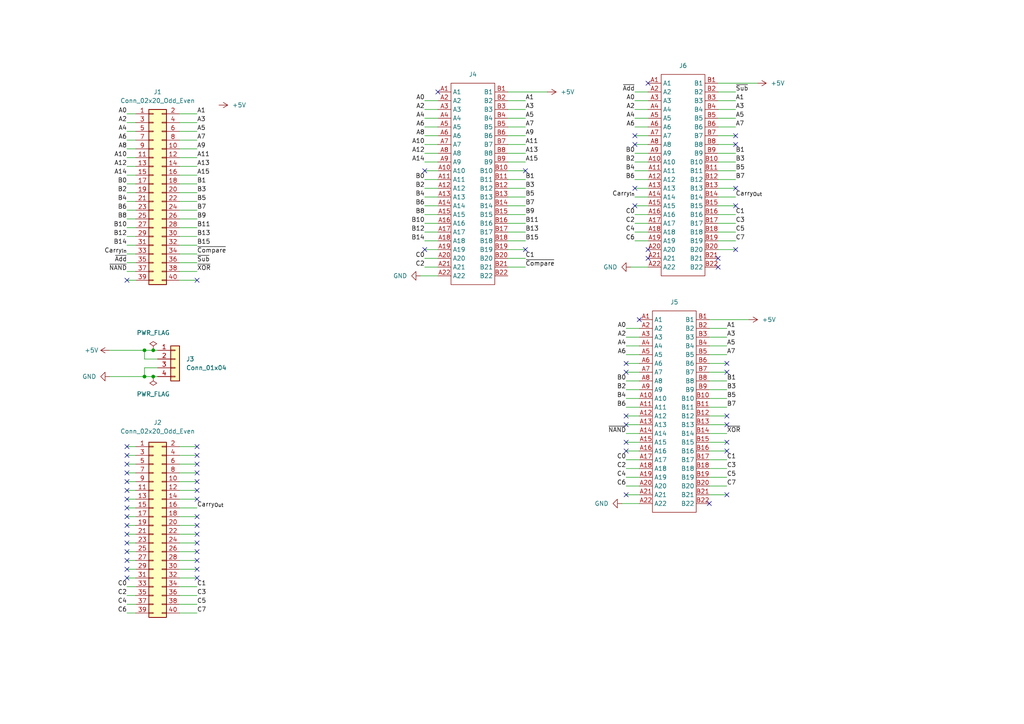
<source format=kicad_sch>
(kicad_sch (version 20231120) (generator "eeschema") (generator_version "8.0")
  (paper "A4")
  (lib_symbols
    (symbol "BoardEdgeConnectors:TE-5530843-4"
      (property "Reference" "J" (at -0.254 30.988 0))
      (symbol "TE-5530843-4_0_1"
        (rectangle (start -6.35 29.21) (end 6.35 -29.21))
      )
      (symbol "TE-5530843-4_1_1"
        (pin passive line (at -10.16 26.67 0) (length 3.81) (name "A1") (number "A1"))
        (pin passive line (at -10.16 3.81 0) (length 3.81) (name "A10") (number "A10"))
        (pin passive line (at -10.16 1.27 0) (length 3.81) (name "A11") (number "A11"))
        (pin passive line (at -10.16 -1.27 0) (length 3.81) (name "A12") (number "A12"))
        (pin passive line (at -10.16 -3.81 0) (length 3.81) (name "A13") (number "A13"))
        (pin passive line (at -10.16 -6.35 0) (length 3.81) (name "A14") (number "A14"))
        (pin passive line (at -10.16 -8.89 0) (length 3.81) (name "A15") (number "A15"))
        (pin passive line (at -10.16 -11.43 0) (length 3.81) (name "A16") (number "A16"))
        (pin passive line (at -10.16 -13.97 0) (length 3.81) (name "A17") (number "A17"))
        (pin passive line (at -10.16 -16.51 0) (length 3.81) (name "A18") (number "A18"))
        (pin passive line (at -10.16 -19.05 0) (length 3.81) (name "A19") (number "A19"))
        (pin passive line (at -10.16 24.13 0) (length 3.81) (name "A2") (number "A2"))
        (pin passive line (at -10.16 -21.59 0) (length 3.81) (name "A20") (number "A20"))
        (pin passive line (at -10.16 -24.13 0) (length 3.81) (name "A21") (number "A21"))
        (pin passive line (at -10.16 -26.67 0) (length 3.81) (name "A22") (number "A22"))
        (pin passive line (at -10.16 21.59 0) (length 3.81) (name "A3") (number "A3"))
        (pin passive line (at -10.16 19.05 0) (length 3.81) (name "A4") (number "A4"))
        (pin passive line (at -10.16 16.51 0) (length 3.81) (name "A5") (number "A5"))
        (pin passive line (at -10.16 13.97 0) (length 3.81) (name "A6") (number "A6"))
        (pin passive line (at -10.16 11.43 0) (length 3.81) (name "A7") (number "A7"))
        (pin passive line (at -10.16 8.89 0) (length 3.81) (name "A8") (number "A8"))
        (pin passive line (at -10.16 6.35 0) (length 3.81) (name "A9") (number "A9"))
        (pin passive line (at 10.16 26.67 180) (length 3.81) (name "B1") (number "B1"))
        (pin passive line (at 10.16 3.81 180) (length 3.81) (name "B10") (number "B10"))
        (pin passive line (at 10.16 1.27 180) (length 3.81) (name "B11") (number "B11"))
        (pin passive line (at 10.16 -1.27 180) (length 3.81) (name "B12") (number "B12"))
        (pin passive line (at 10.16 -3.81 180) (length 3.81) (name "B13") (number "B13"))
        (pin passive line (at 10.16 -6.35 180) (length 3.81) (name "B14") (number "B14"))
        (pin passive line (at 10.16 -8.89 180) (length 3.81) (name "B15") (number "B15"))
        (pin passive line (at 10.16 -11.43 180) (length 3.81) (name "B16") (number "B16"))
        (pin passive line (at 10.16 -13.97 180) (length 3.81) (name "B17") (number "B17"))
        (pin passive line (at 10.16 -16.51 180) (length 3.81) (name "B18") (number "B18"))
        (pin passive line (at 10.16 -19.05 180) (length 3.81) (name "B19") (number "B19"))
        (pin passive line (at 10.16 24.13 180) (length 3.81) (name "B2") (number "B2"))
        (pin passive line (at 10.16 -21.59 180) (length 3.81) (name "B20") (number "B20"))
        (pin passive line (at 10.16 -24.13 180) (length 3.81) (name "B21") (number "B21"))
        (pin passive line (at 10.16 -26.67 180) (length 3.81) (name "B22") (number "B22"))
        (pin passive line (at 10.16 21.59 180) (length 3.81) (name "B3") (number "B3"))
        (pin passive line (at 10.16 19.05 180) (length 3.81) (name "B4") (number "B4"))
        (pin passive line (at 10.16 16.51 180) (length 3.81) (name "B5") (number "B5"))
        (pin passive line (at 10.16 13.97 180) (length 3.81) (name "B6") (number "B6"))
        (pin passive line (at 10.16 11.43 180) (length 3.81) (name "B7") (number "B7"))
        (pin passive line (at 10.16 8.89 180) (length 3.81) (name "B8") (number "B8"))
        (pin passive line (at 10.16 6.35 180) (length 3.81) (name "B9") (number "B9"))
      )
    )
    (symbol "Connector_Generic:Conn_01x04" (pin_names (offset 1.016) hide)
      (property "Reference" "J" (at 0 5.08 0))
      (property "Value" "Conn_01x04" (at 0 -7.62 0))
      (symbol "Conn_01x04_1_1"
        (rectangle (start -1.27 -4.953) (end 0 -5.207) (stroke (width 0.1524)))
        (rectangle (start -1.27 -2.413) (end 0 -2.667) (stroke (width 0.1524)))
        (rectangle (start -1.27 0.127) (end 0 -0.127) (stroke (width 0.1524)))
        (rectangle (start -1.27 2.667) (end 0 2.413) (stroke (width 0.1524)))
        (rectangle (start -1.27 3.81) (end 1.27 -6.35) (stroke (width 0.254)) (fill (type background)))
        (pin passive line (at -5.08 2.54 0) (length 3.81) (name "Pin_1") (number "1"))
        (pin passive line (at -5.08 0 0) (length 3.81) (name "Pin_2") (number "2"))
        (pin passive line (at -5.08 -2.54 0) (length 3.81) (name "Pin_3") (number "3"))
        (pin passive line (at -5.08 -5.08 0) (length 3.81) (name "Pin_4") (number "4"))
      )
    )
    (symbol "Connector_Generic:Conn_02x20_Odd_Even" (pin_names (offset 1.016) hide)
      (property "Reference" "J" (at 1.27 25.4 0))
      (property "Value" "Conn_02x20_Odd_Even" (at 1.27 -27.94 0))
      (symbol "Conn_02x20_Odd_Even_1_1"
        (rectangle (start -1.27 -25.273) (end 0 -25.527) (stroke (width 0.1524)))
        (rectangle (start -1.27 -22.733) (end 0 -22.987) (stroke (width 0.1524)))
        (rectangle (start -1.27 -20.193) (end 0 -20.447) (stroke (width 0.1524)))
        (rectangle (start -1.27 -17.653) (end 0 -17.907) (stroke (width 0.1524)))
        (rectangle (start -1.27 -15.113) (end 0 -15.367) (stroke (width 0.1524)))
        (rectangle (start -1.27 -12.573) (end 0 -12.827) (stroke (width 0.1524)))
        (rectangle (start -1.27 -10.033) (end 0 -10.287) (stroke (width 0.1524)))
        (rectangle (start -1.27 -7.493) (end 0 -7.747) (stroke (width 0.1524)))
        (rectangle (start -1.27 -4.953) (end 0 -5.207) (stroke (width 0.1524)))
        (rectangle (start -1.27 -2.413) (end 0 -2.667) (stroke (width 0.1524)))
        (rectangle (start -1.27 0.127) (end 0 -0.127) (stroke (width 0.1524)))
        (rectangle (start -1.27 2.667) (end 0 2.413) (stroke (width 0.1524)))
        (rectangle (start -1.27 5.207) (end 0 4.953) (stroke (width 0.1524)))
        (rectangle (start -1.27 7.747) (end 0 7.493) (stroke (width 0.1524)))
        (rectangle (start -1.27 10.287) (end 0 10.033) (stroke (width 0.1524)))
        (rectangle (start -1.27 12.827) (end 0 12.573) (stroke (width 0.1524)))
        (rectangle (start -1.27 15.367) (end 0 15.113) (stroke (width 0.1524)))
        (rectangle (start -1.27 17.907) (end 0 17.653) (stroke (width 0.1524)))
        (rectangle (start -1.27 20.447) (end 0 20.193) (stroke (width 0.1524)))
        (rectangle (start -1.27 22.987) (end 0 22.733) (stroke (width 0.1524)))
        (rectangle (start -1.27 24.13) (end 3.81 -26.67) (stroke (width 0.254)) (fill (type background)))
        (rectangle (start 3.81 -25.273) (end 2.54 -25.527) (stroke (width 0.1524)))
        (rectangle (start 3.81 -22.733) (end 2.54 -22.987) (stroke (width 0.1524)))
        (rectangle (start 3.81 -20.193) (end 2.54 -20.447) (stroke (width 0.1524)))
        (rectangle (start 3.81 -17.653) (end 2.54 -17.907) (stroke (width 0.1524)))
        (rectangle (start 3.81 -15.113) (end 2.54 -15.367) (stroke (width 0.1524)))
        (rectangle (start 3.81 -12.573) (end 2.54 -12.827) (stroke (width 0.1524)))
        (rectangle (start 3.81 -10.033) (end 2.54 -10.287) (stroke (width 0.1524)))
        (rectangle (start 3.81 -7.493) (end 2.54 -7.747) (stroke (width 0.1524)))
        (rectangle (start 3.81 -4.953) (end 2.54 -5.207) (stroke (width 0.1524)))
        (rectangle (start 3.81 -2.413) (end 2.54 -2.667) (stroke (width 0.1524)))
        (rectangle (start 3.81 0.127) (end 2.54 -0.127) (stroke (width 0.1524)))
        (rectangle (start 3.81 2.667) (end 2.54 2.413) (stroke (width 0.1524)))
        (rectangle (start 3.81 5.207) (end 2.54 4.953) (stroke (width 0.1524)))
        (rectangle (start 3.81 7.747) (end 2.54 7.493) (stroke (width 0.1524)))
        (rectangle (start 3.81 10.287) (end 2.54 10.033) (stroke (width 0.1524)))
        (rectangle (start 3.81 12.827) (end 2.54 12.573) (stroke (width 0.1524)))
        (rectangle (start 3.81 15.367) (end 2.54 15.113) (stroke (width 0.1524)))
        (rectangle (start 3.81 17.907) (end 2.54 17.653) (stroke (width 0.1524)))
        (rectangle (start 3.81 20.447) (end 2.54 20.193) (stroke (width 0.1524)))
        (rectangle (start 3.81 22.987) (end 2.54 22.733) (stroke (width 0.1524)))
        (pin passive line (at -5.08 22.86 0) (length 3.81) (name "Pin_1") (number "1"))
        (pin passive line (at 7.62 12.7 180) (length 3.81) (name "Pin_10") (number "10"))
        (pin passive line (at -5.08 10.16 0) (length 3.81) (name "Pin_11") (number "11"))
        (pin passive line (at 7.62 10.16 180) (length 3.81) (name "Pin_12") (number "12"))
        (pin passive line (at -5.08 7.62 0) (length 3.81) (name "Pin_13") (number "13"))
        (pin passive line (at 7.62 7.62 180) (length 3.81) (name "Pin_14") (number "14"))
        (pin passive line (at -5.08 5.08 0) (length 3.81) (name "Pin_15") (number "15"))
        (pin passive line (at 7.62 5.08 180) (length 3.81) (name "Pin_16") (number "16"))
        (pin passive line (at -5.08 2.54 0) (length 3.81) (name "Pin_17") (number "17"))
        (pin passive line (at 7.62 2.54 180) (length 3.81) (name "Pin_18") (number "18"))
        (pin passive line (at -5.08 0 0) (length 3.81) (name "Pin_19") (number "19"))
        (pin passive line (at 7.62 22.86 180) (length 3.81) (name "Pin_2") (number "2"))
        (pin passive line (at 7.62 0 180) (length 3.81) (name "Pin_20") (number "20"))
        (pin passive line (at -5.08 -2.54 0) (length 3.81) (name "Pin_21") (number "21"))
        (pin passive line (at 7.62 -2.54 180) (length 3.81) (name "Pin_22") (number "22"))
        (pin passive line (at -5.08 -5.08 0) (length 3.81) (name "Pin_23") (number "23"))
        (pin passive line (at 7.62 -5.08 180) (length 3.81) (name "Pin_24") (number "24"))
        (pin passive line (at -5.08 -7.62 0) (length 3.81) (name "Pin_25") (number "25"))
        (pin passive line (at 7.62 -7.62 180) (length 3.81) (name "Pin_26") (number "26"))
        (pin passive line (at -5.08 -10.16 0) (length 3.81) (name "Pin_27") (number "27"))
        (pin passive line (at 7.62 -10.16 180) (length 3.81) (name "Pin_28") (number "28"))
        (pin passive line (at -5.08 -12.7 0) (length 3.81) (name "Pin_29") (number "29"))
        (pin passive line (at -5.08 20.32 0) (length 3.81) (name "Pin_3") (number "3"))
        (pin passive line (at 7.62 -12.7 180) (length 3.81) (name "Pin_30") (number "30"))
        (pin passive line (at -5.08 -15.24 0) (length 3.81) (name "Pin_31") (number "31"))
        (pin passive line (at 7.62 -15.24 180) (length 3.81) (name "Pin_32") (number "32"))
        (pin passive line (at -5.08 -17.78 0) (length 3.81) (name "Pin_33") (number "33"))
        (pin passive line (at 7.62 -17.78 180) (length 3.81) (name "Pin_34") (number "34"))
        (pin passive line (at -5.08 -20.32 0) (length 3.81) (name "Pin_35") (number "35"))
        (pin passive line (at 7.62 -20.32 180) (length 3.81) (name "Pin_36") (number "36"))
        (pin passive line (at -5.08 -22.86 0) (length 3.81) (name "Pin_37") (number "37"))
        (pin passive line (at 7.62 -22.86 180) (length 3.81) (name "Pin_38") (number "38"))
        (pin passive line (at -5.08 -25.4 0) (length 3.81) (name "Pin_39") (number "39"))
        (pin passive line (at 7.62 20.32 180) (length 3.81) (name "Pin_4") (number "4"))
        (pin passive line (at 7.62 -25.4 180) (length 3.81) (name "Pin_40") (number "40"))
        (pin passive line (at -5.08 17.78 0) (length 3.81) (name "Pin_5") (number "5"))
        (pin passive line (at 7.62 17.78 180) (length 3.81) (name "Pin_6") (number "6"))
        (pin passive line (at -5.08 15.24 0) (length 3.81) (name "Pin_7") (number "7"))
        (pin passive line (at 7.62 15.24 180) (length 3.81) (name "Pin_8") (number "8"))
        (pin passive line (at -5.08 12.7 0) (length 3.81) (name "Pin_9") (number "9"))
      )
    )
    (symbol "power:+5V" (power) (pin_names (offset 0))
      (property "Value" "+5V" (at 0 3.556 0))
      (symbol "+5V_0_1"
        (polyline (pts (xy -0.762 1.27) (xy 0 2.54)))
        (polyline (pts (xy 0 0) (xy 0 2.54)))
        (polyline (pts (xy 0 2.54) (xy 0.762 1.27)))
      )
      (symbol "+5V_1_1"
        (pin power_in line (at 0 0 90) (length 0) hide (name "+5V") (number "1"))
      )
    )
    (symbol "power:GND" (power) (pin_names (offset 0))
      (property "Value" "GND" (at 0 -3.81 0))
      (symbol "GND_0_1"
        (polyline (pts (xy 0 0) (xy 0 -1.27) (xy 1.27 -1.27) (xy 0 -2.54) (xy -1.27 -1.27) (xy 0 -1.27)))
      )
      (symbol "GND_1_1"
        (pin power_in line (at 0 0 270) (length 0) hide (name "GND") (number "1"))
      )
    )
    (symbol "power:PWR_FLAG" (power) (pin_numbers hide) (pin_names (offset 0) hide)
      (property "Value" "PWR_FLAG" (at 0 3.81 0))
      (symbol "PWR_FLAG_0_0"
        (pin power_out line (at 0 0 90) (length 0) (name "~") (number "1"))
      )
      (symbol "PWR_FLAG_0_1"
        (polyline (pts (xy 0 0) (xy 0 1.27) (xy -1.016 1.905) (xy 0 2.54) (xy 1.016 1.905) (xy 0 1.27)))
      )
    )
  )
  (junction (at 41.91 109.22))
  (junction (at 44.45 101.6))
  (junction (at 41.91 101.6))
  (junction (at 44.45 109.22))
  (no_connect (at 36.83 162.56))
  (no_connect (at 184.15 54.61))
  (no_connect (at 181.61 107.95))
  (no_connect (at 181.61 123.19))
  (no_connect (at 57.15 160.02))
  (no_connect (at 184.15 41.91))
  (no_connect (at 208.28 77.47))
  (no_connect (at 185.42 92.71))
  (no_connect (at 36.83 139.7))
  (no_connect (at 205.74 146.05))
  (no_connect (at 57.15 137.16))
  (no_connect (at 210.82 120.65))
  (no_connect (at 123.19 72.39))
  (no_connect (at 210.82 105.41))
  (no_connect (at 213.36 72.39))
  (no_connect (at 181.61 130.81))
  (no_connect (at 210.82 143.51))
  (no_connect (at 57.15 167.64))
  (no_connect (at 57.15 165.1))
  (no_connect (at 36.83 165.1))
  (no_connect (at 36.83 160.02))
  (no_connect (at 210.82 128.27))
  (no_connect (at 213.36 54.61))
  (no_connect (at 57.15 149.86))
  (no_connect (at 36.83 134.62))
  (no_connect (at 181.61 143.51))
  (no_connect (at 187.96 74.93))
  (no_connect (at 181.61 105.41))
  (no_connect (at 57.15 162.56))
  (no_connect (at 210.82 107.95))
  (no_connect (at 152.4 49.53))
  (no_connect (at 181.61 120.65))
  (no_connect (at 57.15 152.4))
  (no_connect (at 127 26.67))
  (no_connect (at 210.82 130.81))
  (no_connect (at 213.36 59.69))
  (no_connect (at 184.15 59.69))
  (no_connect (at 36.83 142.24))
  (no_connect (at 57.15 157.48))
  (no_connect (at 36.83 154.94))
  (no_connect (at 187.96 72.39))
  (no_connect (at 36.83 157.48))
  (no_connect (at 184.15 39.37))
  (no_connect (at 36.83 167.64))
  (no_connect (at 36.83 132.08))
  (no_connect (at 152.4 72.39))
  (no_connect (at 208.28 74.93))
  (no_connect (at 123.19 49.53))
  (no_connect (at 57.15 154.94))
  (no_connect (at 181.61 128.27))
  (no_connect (at 57.15 144.78))
  (no_connect (at 36.83 81.28))
  (no_connect (at 36.83 149.86))
  (no_connect (at 57.15 139.7))
  (no_connect (at 36.83 147.32))
  (no_connect (at 36.83 129.54))
  (no_connect (at 213.36 41.91))
  (no_connect (at 210.82 123.19))
  (no_connect (at 36.83 152.4))
  (no_connect (at 57.15 129.54))
  (no_connect (at 57.15 81.28))
  (no_connect (at 57.15 134.62))
  (no_connect (at 213.36 39.37))
  (no_connect (at 187.96 24.13))
  (no_connect (at 57.15 142.24))
  (no_connect (at 36.83 144.78))
  (no_connect (at 57.15 132.08))
  (no_connect (at 36.83 137.16))
  (wire (pts (xy 181.61 143.51) (xy 185.42 143.51)))
  (wire (pts (xy 181.61 105.41) (xy 185.42 105.41)))
  (wire (pts (xy 52.07 60.96) (xy 57.15 60.96)))
  (wire (pts (xy 36.83 71.12) (xy 39.37 71.12)))
  (wire (pts (xy 208.28 44.45) (xy 213.36 44.45)))
  (wire (pts (xy 205.74 125.73) (xy 210.82 125.73)))
  (wire (pts (xy 181.61 133.35) (xy 185.42 133.35)))
  (wire (pts (xy 36.83 40.64) (xy 39.37 40.64)))
  (wire (pts (xy 36.83 78.74) (xy 39.37 78.74)))
  (wire (pts (xy 205.74 120.65) (xy 210.82 120.65)))
  (wire (pts (xy 123.19 57.15) (xy 127 57.15)))
  (wire (pts (xy 208.28 62.23) (xy 213.36 62.23)))
  (wire (pts (xy 52.07 43.18) (xy 57.15 43.18)))
  (wire (pts (xy 52.07 68.58) (xy 57.15 68.58)))
  (wire (pts (xy 52.07 132.08) (xy 57.15 132.08)))
  (wire (pts (xy 36.83 81.28) (xy 39.37 81.28)))
  (wire (pts (xy 184.15 46.99) (xy 187.96 46.99)))
  (wire (pts (xy 147.32 49.53) (xy 152.4 49.53)))
  (wire (pts (xy 181.61 110.49) (xy 185.42 110.49)))
  (wire (pts (xy 36.83 132.08) (xy 39.37 132.08)))
  (wire (pts (xy 180.34 146.05) (xy 185.42 146.05)))
  (wire (pts (xy 181.61 107.95) (xy 185.42 107.95)))
  (wire (pts (xy 36.83 170.18) (xy 39.37 170.18)))
  (wire (pts (xy 184.15 59.69) (xy 187.96 59.69)))
  (wire (pts (xy 205.74 110.49) (xy 210.82 110.49)))
  (wire (pts (xy 181.61 125.73) (xy 185.42 125.73)))
  (wire (pts (xy 44.45 101.6) (xy 45.72 101.6)))
  (wire (pts (xy 121.92 80.01) (xy 127 80.01)))
  (wire (pts (xy 205.74 107.95) (xy 210.82 107.95)))
  (wire (pts (xy 36.83 175.26) (xy 39.37 175.26)))
  (wire (pts (xy 123.19 69.85) (xy 127 69.85)))
  (wire (pts (xy 184.15 39.37) (xy 187.96 39.37)))
  (wire (pts (xy 36.83 73.66) (xy 39.37 73.66)))
  (wire (pts (xy 147.32 77.47) (xy 152.4 77.47)))
  (wire (pts (xy 36.83 142.24) (xy 39.37 142.24)))
  (wire (pts (xy 123.19 29.21) (xy 127 29.21)))
  (wire (pts (xy 181.61 135.89) (xy 185.42 135.89)))
  (wire (pts (xy 36.83 157.48) (xy 39.37 157.48)))
  (wire (pts (xy 41.91 101.6) (xy 44.45 101.6)))
  (wire (pts (xy 147.32 57.15) (xy 152.4 57.15)))
  (wire (pts (xy 52.07 160.02) (xy 57.15 160.02)))
  (wire (pts (xy 52.07 53.34) (xy 57.15 53.34)))
  (wire (pts (xy 52.07 40.64) (xy 57.15 40.64)))
  (wire (pts (xy 147.32 59.69) (xy 152.4 59.69)))
  (wire (pts (xy 184.15 67.31) (xy 187.96 67.31)))
  (wire (pts (xy 123.19 44.45) (xy 127 44.45)))
  (wire (pts (xy 52.07 144.78) (xy 57.15 144.78)))
  (wire (pts (xy 44.45 109.22) (xy 45.72 109.22)))
  (wire (pts (xy 184.15 69.85) (xy 187.96 69.85)))
  (wire (pts (xy 147.32 31.75) (xy 152.4 31.75)))
  (wire (pts (xy 36.83 172.72) (xy 39.37 172.72)))
  (wire (pts (xy 123.19 59.69) (xy 127 59.69)))
  (wire (pts (xy 208.28 41.91) (xy 213.36 41.91)))
  (wire (pts (xy 147.32 29.21) (xy 152.4 29.21)))
  (wire (pts (xy 52.07 142.24) (xy 57.15 142.24)))
  (wire (pts (xy 181.61 128.27) (xy 185.42 128.27)))
  (wire (pts (xy 147.32 67.31) (xy 152.4 67.31)))
  (wire (pts (xy 52.07 129.54) (xy 57.15 129.54)))
  (wire (pts (xy 123.19 34.29) (xy 127 34.29)))
  (wire (pts (xy 208.28 29.21) (xy 213.36 29.21)))
  (wire (pts (xy 36.83 68.58) (xy 39.37 68.58)))
  (wire (pts (xy 181.61 123.19) (xy 185.42 123.19)))
  (wire (pts (xy 52.07 33.02) (xy 57.15 33.02)))
  (wire (pts (xy 36.83 55.88) (xy 39.37 55.88)))
  (wire (pts (xy 147.32 74.93) (xy 152.4 74.93)))
  (wire (pts (xy 147.32 64.77) (xy 152.4 64.77)))
  (wire (pts (xy 36.83 60.96) (xy 39.37 60.96)))
  (wire (pts (xy 147.32 34.29) (xy 152.4 34.29)))
  (wire (pts (xy 205.74 133.35) (xy 210.82 133.35)))
  (wire (pts (xy 205.74 128.27) (xy 210.82 128.27)))
  (wire (pts (xy 36.83 147.32) (xy 39.37 147.32)))
  (wire (pts (xy 36.83 43.18) (xy 39.37 43.18)))
  (wire (pts (xy 208.28 64.77) (xy 213.36 64.77)))
  (wire (pts (xy 147.32 46.99) (xy 152.4 46.99)))
  (wire (pts (xy 205.74 100.33) (xy 210.82 100.33)))
  (wire (pts (xy 205.74 123.19) (xy 210.82 123.19)))
  (wire (pts (xy 52.07 152.4) (xy 57.15 152.4)))
  (wire (pts (xy 184.15 41.91) (xy 187.96 41.91)))
  (wire (pts (xy 52.07 45.72) (xy 57.15 45.72)))
  (wire (pts (xy 147.32 54.61) (xy 152.4 54.61)))
  (wire (pts (xy 123.19 31.75) (xy 127 31.75)))
  (wire (pts (xy 52.07 63.5) (xy 57.15 63.5)))
  (wire (pts (xy 208.28 54.61) (xy 213.36 54.61)))
  (wire (pts (xy 208.28 36.83) (xy 213.36 36.83)))
  (wire (pts (xy 147.32 26.67) (xy 158.75 26.67)))
  (wire (pts (xy 36.83 38.1) (xy 39.37 38.1)))
  (wire (pts (xy 184.15 49.53) (xy 187.96 49.53)))
  (wire (pts (xy 147.32 72.39) (xy 152.4 72.39)))
  (wire (pts (xy 52.07 81.28) (xy 57.15 81.28)))
  (wire (pts (xy 31.75 101.6) (xy 41.91 101.6)))
  (wire (pts (xy 208.28 39.37) (xy 213.36 39.37)))
  (wire (pts (xy 208.28 26.67) (xy 213.36 26.67)))
  (wire (pts (xy 205.74 135.89) (xy 210.82 135.89)))
  (wire (pts (xy 182.88 77.47) (xy 187.96 77.47)))
  (wire (pts (xy 123.19 52.07) (xy 127 52.07)))
  (wire (pts (xy 181.61 97.79) (xy 185.42 97.79)))
  (wire (pts (xy 52.07 134.62) (xy 57.15 134.62)))
  (wire (pts (xy 181.61 118.11) (xy 185.42 118.11)))
  (wire (pts (xy 36.83 50.8) (xy 39.37 50.8)))
  (wire (pts (xy 41.91 104.14) (xy 41.91 101.6)))
  (wire (pts (xy 36.83 149.86) (xy 39.37 149.86)))
  (wire (pts (xy 36.83 154.94) (xy 39.37 154.94)))
  (wire (pts (xy 208.28 31.75) (xy 213.36 31.75)))
  (wire (pts (xy 205.74 140.97) (xy 210.82 140.97)))
  (wire (pts (xy 184.15 29.21) (xy 187.96 29.21)))
  (wire (pts (xy 184.15 52.07) (xy 187.96 52.07)))
  (wire (pts (xy 123.19 77.47) (xy 127 77.47)))
  (wire (pts (xy 123.19 39.37) (xy 127 39.37)))
  (wire (pts (xy 205.74 143.51) (xy 210.82 143.51)))
  (wire (pts (xy 52.07 147.32) (xy 57.15 147.32)))
  (wire (pts (xy 205.74 105.41) (xy 210.82 105.41)))
  (wire (pts (xy 45.72 106.68) (xy 41.91 106.68)))
  (wire (pts (xy 52.07 172.72) (xy 57.15 172.72)))
  (wire (pts (xy 147.32 36.83) (xy 152.4 36.83)))
  (wire (pts (xy 184.15 54.61) (xy 187.96 54.61)))
  (wire (pts (xy 41.91 106.68) (xy 41.91 109.22)))
  (wire (pts (xy 208.28 69.85) (xy 213.36 69.85)))
  (wire (pts (xy 36.83 152.4) (xy 39.37 152.4)))
  (wire (pts (xy 205.74 95.25) (xy 210.82 95.25)))
  (wire (pts (xy 181.61 115.57) (xy 185.42 115.57)))
  (wire (pts (xy 52.07 50.8) (xy 57.15 50.8)))
  (wire (pts (xy 147.32 44.45) (xy 152.4 44.45)))
  (wire (pts (xy 123.19 67.31) (xy 127 67.31)))
  (wire (pts (xy 36.83 160.02) (xy 39.37 160.02)))
  (wire (pts (xy 181.61 138.43) (xy 185.42 138.43)))
  (wire (pts (xy 208.28 57.15) (xy 213.36 57.15)))
  (wire (pts (xy 52.07 48.26) (xy 57.15 48.26)))
  (wire (pts (xy 52.07 167.64) (xy 57.15 167.64)))
  (wire (pts (xy 205.74 102.87) (xy 210.82 102.87)))
  (wire (pts (xy 208.28 24.13) (xy 219.71 24.13)))
  (wire (pts (xy 147.32 41.91) (xy 152.4 41.91)))
  (wire (pts (xy 52.07 58.42) (xy 57.15 58.42)))
  (wire (pts (xy 52.07 35.56) (xy 57.15 35.56)))
  (wire (pts (xy 52.07 38.1) (xy 57.15 38.1)))
  (wire (pts (xy 205.74 130.81) (xy 210.82 130.81)))
  (wire (pts (xy 205.74 92.71) (xy 217.17 92.71)))
  (wire (pts (xy 147.32 62.23) (xy 152.4 62.23)))
  (wire (pts (xy 52.07 137.16) (xy 57.15 137.16)))
  (wire (pts (xy 36.83 45.72) (xy 39.37 45.72)))
  (wire (pts (xy 52.07 154.94) (xy 57.15 154.94)))
  (wire (pts (xy 36.83 167.64) (xy 39.37 167.64)))
  (wire (pts (xy 147.32 52.07) (xy 152.4 52.07)))
  (wire (pts (xy 208.28 49.53) (xy 213.36 49.53)))
  (wire (pts (xy 52.07 175.26) (xy 57.15 175.26)))
  (wire (pts (xy 147.32 39.37) (xy 152.4 39.37)))
  (wire (pts (xy 123.19 74.93) (xy 127 74.93)))
  (wire (pts (xy 147.32 69.85) (xy 152.4 69.85)))
  (wire (pts (xy 181.61 100.33) (xy 185.42 100.33)))
  (wire (pts (xy 52.07 149.86) (xy 57.15 149.86)))
  (wire (pts (xy 123.19 36.83) (xy 127 36.83)))
  (wire (pts (xy 123.19 64.77) (xy 127 64.77)))
  (wire (pts (xy 181.61 113.03) (xy 185.42 113.03)))
  (wire (pts (xy 52.07 76.2) (xy 57.15 76.2)))
  (wire (pts (xy 52.07 165.1) (xy 57.15 165.1)))
  (wire (pts (xy 184.15 62.23) (xy 187.96 62.23)))
  (wire (pts (xy 205.74 118.11) (xy 210.82 118.11)))
  (wire (pts (xy 52.07 73.66) (xy 57.15 73.66)))
  (wire (pts (xy 36.83 134.62) (xy 39.37 134.62)))
  (wire (pts (xy 36.83 162.56) (xy 39.37 162.56)))
  (wire (pts (xy 123.19 49.53) (xy 127 49.53)))
  (wire (pts (xy 184.15 31.75) (xy 187.96 31.75)))
  (wire (pts (xy 205.74 113.03) (xy 210.82 113.03)))
  (wire (pts (xy 181.61 102.87) (xy 185.42 102.87)))
  (wire (pts (xy 181.61 120.65) (xy 185.42 120.65)))
  (wire (pts (xy 52.07 55.88) (xy 57.15 55.88)))
  (wire (pts (xy 36.83 137.16) (xy 39.37 137.16)))
  (wire (pts (xy 205.74 115.57) (xy 210.82 115.57)))
  (wire (pts (xy 184.15 34.29) (xy 187.96 34.29)))
  (wire (pts (xy 205.74 138.43) (xy 210.82 138.43)))
  (wire (pts (xy 52.07 170.18) (xy 57.15 170.18)))
  (wire (pts (xy 205.74 97.79) (xy 210.82 97.79)))
  (wire (pts (xy 36.83 66.04) (xy 39.37 66.04)))
  (wire (pts (xy 208.28 46.99) (xy 213.36 46.99)))
  (wire (pts (xy 184.15 44.45) (xy 187.96 44.45)))
  (wire (pts (xy 36.83 165.1) (xy 39.37 165.1)))
  (wire (pts (xy 208.28 52.07) (xy 213.36 52.07)))
  (wire (pts (xy 123.19 41.91) (xy 127 41.91)))
  (wire (pts (xy 41.91 109.22) (xy 44.45 109.22)))
  (wire (pts (xy 31.75 109.22) (xy 41.91 109.22)))
  (wire (pts (xy 181.61 140.97) (xy 185.42 140.97)))
  (wire (pts (xy 123.19 46.99) (xy 127 46.99)))
  (wire (pts (xy 36.83 48.26) (xy 39.37 48.26)))
  (wire (pts (xy 36.83 129.54) (xy 39.37 129.54)))
  (wire (pts (xy 208.28 34.29) (xy 213.36 34.29)))
  (wire (pts (xy 52.07 157.48) (xy 57.15 157.48)))
  (wire (pts (xy 36.83 53.34) (xy 39.37 53.34)))
  (wire (pts (xy 52.07 177.8) (xy 57.15 177.8)))
  (wire (pts (xy 181.61 95.25) (xy 185.42 95.25)))
  (wire (pts (xy 52.07 78.74) (xy 57.15 78.74)))
  (wire (pts (xy 36.83 63.5) (xy 39.37 63.5)))
  (wire (pts (xy 123.19 72.39) (xy 127 72.39)))
  (wire (pts (xy 36.83 76.2) (xy 39.37 76.2)))
  (wire (pts (xy 184.15 26.67) (xy 187.96 26.67)))
  (wire (pts (xy 181.61 130.81) (xy 185.42 130.81)))
  (wire (pts (xy 52.07 139.7) (xy 57.15 139.7)))
  (wire (pts (xy 123.19 54.61) (xy 127 54.61)))
  (wire (pts (xy 36.83 177.8) (xy 39.37 177.8)))
  (wire (pts (xy 184.15 64.77) (xy 187.96 64.77)))
  (wire (pts (xy 36.83 144.78) (xy 39.37 144.78)))
  (wire (pts (xy 208.28 67.31) (xy 213.36 67.31)))
  (wire (pts (xy 208.28 59.69) (xy 213.36 59.69)))
  (wire (pts (xy 36.83 35.56) (xy 39.37 35.56)))
  (wire (pts (xy 184.15 36.83) (xy 187.96 36.83)))
  (wire (pts (xy 184.15 57.15) (xy 187.96 57.15)))
  (wire (pts (xy 52.07 66.04) (xy 57.15 66.04)))
  (wire (pts (xy 45.72 104.14) (xy 41.91 104.14)))
  (wire (pts (xy 52.07 162.56) (xy 57.15 162.56)))
  (wire (pts (xy 36.83 33.02) (xy 39.37 33.02)))
  (wire (pts (xy 52.07 71.12) (xy 57.15 71.12)))
  (wire (pts (xy 123.19 62.23) (xy 127 62.23)))
  (wire (pts (xy 36.83 58.42) (xy 39.37 58.42)))
  (wire (pts (xy 208.28 72.39) (xy 213.36 72.39)))
  (wire (pts (xy 36.83 139.7) (xy 39.37 139.7)))
  (label "C1" (at 213.36 62.23 0))
  (label "A15" (at 152.4 46.99 0))
  (label "A11" (at 57.15 45.72 0))
  (label "B0" (at 36.83 53.34 180))
  (label "B3" (at 213.36 46.99 0))
  (label "A2" (at 36.83 35.56 180))
  (label "A6" (at 36.83 40.64 180))
  (label "C6" (at 181.61 140.97 180))
  (label "A0" (at 181.61 95.25 180))
  (label "C5" (at 210.82 138.43 0))
  (label "A5" (at 213.36 34.29 0))
  (label "A3" (at 213.36 31.75 0))
  (label "B2" (at 184.15 46.99 180))
  (label "C0" (at 184.15 62.23 180))
  (label "A2" (at 181.61 97.79 180))
  (label "A5" (at 57.15 38.1 0))
  (label "C1" (at 57.15 170.18 0))
  (label "C0" (at 123.19 74.93 180))
  (label "B5" (at 210.82 115.57 0))
  (label "A9" (at 57.15 43.18 0))
  (label "A7" (at 152.4 36.83 0))
  (label "A7" (at 210.82 102.87 0))
  (label "A14" (at 123.19 46.99 180))
  (label "C7" (at 210.82 140.97 0))
  (label "B1" (at 210.82 110.49 0))
  (label "A8" (at 36.83 43.18 180))
  (label "~{XOR}" (at 210.82 125.73 0))
  (label "B10" (at 36.83 66.04 180))
  (label "~{NAND}" (at 181.61 125.73 180))
  (label "B5" (at 57.15 58.42 0))
  (label "B12" (at 36.83 68.58 180))
  (label "~{Add}" (at 184.15 26.67 180))
  (label "~{Compare}" (at 57.15 73.66 0))
  (label "A5" (at 210.82 100.33 0))
  (label "A0" (at 123.19 29.21 180))
  (label "B2" (at 181.61 113.03 180))
  (label "B14" (at 123.19 69.85 180))
  (label "~{Add}" (at 36.83 76.2 180))
  (label "B14" (at 36.83 71.12 180))
  (label "A4" (at 181.61 100.33 180))
  (label "B7" (at 57.15 60.96 0))
  (label "C2" (at 36.83 172.72 180))
  (label "B6" (at 123.19 59.69 180))
  (label "B13" (at 57.15 68.58 0))
  (label "A6" (at 123.19 36.83 180))
  (label "C4" (at 181.61 138.43 180))
  (label "C7" (at 213.36 69.85 0))
  (label "B0" (at 184.15 44.45 180))
  (label "A12" (at 123.19 44.45 180))
  (label "C2" (at 181.61 135.89 180))
  (label "B12" (at 123.19 67.31 180))
  (label "A1" (at 57.15 33.02 0))
  (label "C3" (at 213.36 64.77 0))
  (label "A3" (at 57.15 35.56 0))
  (label "B1" (at 57.15 53.34 0))
  (label "~{NAND}" (at 36.83 78.74 180))
  (label "C0" (at 36.83 170.18 180))
  (label "A0" (at 36.83 33.02 180))
  (label "B5" (at 213.36 49.53 0))
  (label "A3" (at 152.4 31.75 0))
  (label "B7" (at 210.82 118.11 0))
  (label "B6" (at 184.15 52.07 180))
  (label "A3" (at 210.82 97.79 0))
  (label "A2" (at 123.19 31.75 180))
  (label "C0" (at 181.61 133.35 180))
  (label "B13" (at 152.4 67.31 0))
  (label "C3" (at 210.82 135.89 0))
  (label "A10" (at 36.83 45.72 180))
  (label "A10" (at 123.19 41.91 180))
  (label "A13" (at 152.4 44.45 0))
  (label "B15" (at 57.15 71.12 0))
  (label "B10" (at 123.19 64.77 180))
  (label "A12" (at 36.83 48.26 180))
  (label "B4" (at 184.15 49.53 180))
  (label "B7" (at 213.36 52.07 0))
  (label "A0" (at 184.15 29.21 180))
  (label "A4" (at 36.83 38.1 180))
  (label "B0" (at 123.19 52.07 180))
  (label "B4" (at 36.83 58.42 180))
  (label "C5" (at 213.36 67.31 0))
  (label "B6" (at 181.61 118.11 180))
  (label "B7" (at 152.4 59.69 0))
  (label "A2" (at 184.15 31.75 180))
  (label "B0" (at 181.61 110.49 180))
  (label "C1" (at 152.4 74.93 0))
  (label "B15" (at 152.4 69.85 0))
  (label "A4" (at 184.15 34.29 180))
  (label "C2" (at 184.15 64.77 180))
  (label "Carry_{Out}" (at 213.36 57.15 0))
  (label "B4" (at 123.19 57.15 180))
  (label "C3" (at 57.15 172.72 0))
  (label "B8" (at 123.19 62.23 180))
  (label "A15" (at 57.15 50.8 0))
  (label "C5" (at 57.15 175.26 0))
  (label "A11" (at 152.4 41.91 0))
  (label "B2" (at 36.83 55.88 180))
  (label "~{Compare}" (at 152.4 77.47 0))
  (label "A6" (at 184.15 36.83 180))
  (label "C4" (at 36.83 175.26 180))
  (label "C4" (at 184.15 67.31 180))
  (label "A1" (at 210.82 95.25 0))
  (label "B8" (at 36.83 63.5 180))
  (label "B6" (at 36.83 60.96 180))
  (label "C2" (at 123.19 77.47 180))
  (label "C7" (at 57.15 177.8 0))
  (label "B3" (at 57.15 55.88 0))
  (label "B2" (at 123.19 54.61 180))
  (label "A4" (at 123.19 34.29 180))
  (label "~{Sub}" (at 213.36 26.67 0))
  (label "B11" (at 152.4 64.77 0))
  (label "Carry_{in}" (at 184.15 57.15 180))
  (label "A1" (at 152.4 29.21 0))
  (label "~{XOR}" (at 57.15 78.74 0))
  (label "B4" (at 181.61 115.57 180))
  (label "B5" (at 152.4 57.15 0))
  (label "Carry_{Out}" (at 57.15 147.32 0))
  (label "B1" (at 213.36 44.45 0))
  (label "A6" (at 181.61 102.87 180))
  (label "B9" (at 152.4 62.23 0))
  (label "A8" (at 123.19 39.37 180))
  (label "A7" (at 213.36 36.83 0))
  (label "C6" (at 36.83 177.8 180))
  (label "A7" (at 57.15 40.64 0))
  (label "C6" (at 184.15 69.85 180))
  (label "A1" (at 213.36 29.21 0))
  (label "B1" (at 152.4 52.07 0))
  (label "~{Sub}" (at 57.15 76.2 0))
  (label "A13" (at 57.15 48.26 0))
  (label "B9" (at 57.15 63.5 0))
  (label "Carry_{in}" (at 36.83 73.66 180))
  (label "B11" (at 57.15 66.04 0))
  (label "B3" (at 152.4 54.61 0))
  (label "A14" (at 36.83 50.8 180))
  (label "B3" (at 210.82 113.03 0))
  (label "A5" (at 152.4 34.29 0))
  (label "A9" (at 152.4 39.37 0))
  (label "C1" (at 210.82 133.35 0))
  (symbol (lib_id "power:GND") (at 182.88 77.47 270) (unit 1)
    (property "Reference" "#PWR07" (effects (hide yes)))
    (property "Value" "GND" (at 179.07 77.4699 90) (effects (justify right)))
    (property "Description" "Power symbol creates a global label with name \"GND\" , ground" (effects (hide yes)))
  )
  (symbol (lib_id "BoardEdgeConnectors:TE-5530843-4") (at 198.12 50.8 0) (unit 1)
    (property "Reference" "J6" (at 198.12 19.05 0))
    (property "Footprint" "BoardEdgeConnectors:TE-5530843-4-Mount" (effects (hide yes)))
    (property "Datasheet" "https://www.te.com/en/product-5530843-4.html" (effects (hide yes)))
    (property "Description" "44 contact board edge connector" (effects (hide yes)))
  )
  (symbol (lib_id "power:PWR_FLAG") (at 44.45 109.22 180) (unit 1)
    (property "Reference" "#FLG02" (effects (hide yes)))
    (property "Value" "PWR_FLAG" (at 44.45 114.3 0))
  )
  (symbol (lib_id "power:GND") (at 180.34 146.05 270) (unit 1)
    (property "Reference" "#PWR06" (effects (hide yes)))
    (property "Value" "GND" (at 176.53 146.0499 90) (effects (justify right)))
    (property "Description" "Power symbol creates a global label with name \"GND\" , ground" (effects (hide yes)))
  )
  (symbol (lib_id "power:GND") (at 121.92 80.01 270) (unit 1)
    (property "Reference" "#PWR04" (effects (hide yes)))
    (property "Value" "GND" (at 118.11 80.0099 90) (effects (justify right)))
    (property "Description" "Power symbol creates a global label with name \"GND\" , ground" (effects (hide yes)))
  )
  (symbol (lib_id "Connector_Generic:Conn_02x20_Odd_Even") (at 44.45 55.88 0) (unit 1)
    (property "Reference" "J1" (at 45.72 26.67 0))
    (property "Value" "Conn_02x20_Odd_Even" (at 45.72 29.21 0))
    (property "Footprint" "Connector_PinHeader_2.54mm:PinHeader_2x20_P2.54mm_Vertical" (effects (hide yes)))
  )
  (symbol (lib_id "power:+5V") (at 31.75 101.6 90) (unit 1)
    (property "Reference" "#PWR01" (effects (hide yes)))
    (property "Value" "+5V" (at 28.575 101.5999 90) (effects (justify left)))
  )
  (symbol (lib_id "BoardEdgeConnectors:TE-5530843-4") (at 137.16 53.34 0) (unit 1) (in_bom no)
    (property "Reference" "J4" (at 137.16 21.59 0))
    (property "Footprint" "BoardEdgeConnectors:TE-5530843-4-Mount" (effects (hide yes)))
    (property "Datasheet" "https://www.te.com/en/product-5530843-4.html" (effects (hide yes)))
    (property "Description" "44 contact board edge connector" (effects (hide yes)))
  )
  (symbol (lib_id "power:PWR_FLAG") (at 44.45 101.6 0) (unit 1)
    (property "Reference" "#FLG01" (effects (hide yes)))
    (property "Value" "PWR_FLAG" (at 44.45 96.52 0))
  )
  (symbol (lib_id "BoardEdgeConnectors:TE-5530843-4") (at 195.58 119.38 0) (unit 1)
    (property "Reference" "J5" (at 195.58 87.63 0))
    (property "Footprint" "BoardEdgeConnectors:TE-5530843-4-Mount" (effects (hide yes)))
    (property "Datasheet" "https://www.te.com/en/product-5530843-4.html" (effects (hide yes)))
    (property "Description" "44 contact board edge connector" (effects (hide yes)))
  )
  (symbol (lib_id "power:+5V") (at 217.17 92.71 270) (unit 1)
    (property "Reference" "#PWR08" (effects (hide yes)))
    (property "Value" "+5V" (at 220.98 92.7099 90) (effects (justify left)))
    (property "Description" "Power symbol creates a global label with name \"+5V\"" (effects (hide yes)))
  )
  (symbol (lib_id "power:+5V") (at 219.71 24.13 270) (unit 1)
    (property "Reference" "#PWR09" (effects (hide yes)))
    (property "Value" "+5V" (at 223.52 24.1299 90) (effects (justify left)))
    (property "Description" "Power symbol creates a global label with name \"+5V\"" (effects (hide yes)))
  )
  (symbol (lib_id "power:GND") (at 31.75 109.22 270) (unit 1)
    (property "Reference" "#PWR02" (effects (hide yes)))
    (property "Value" "GND" (at 27.94 109.2199 90) (effects (justify right)))
  )
  (symbol (lib_id "Connector_Generic:Conn_01x04") (at 50.8 104.14 0) (unit 1)
    (property "Reference" "J3" (at 53.975 104.1399 0) (effects (justify left)))
    (property "Value" "Conn_01x04" (at 53.975 106.6799 0) (effects (justify left)))
    (property "Footprint" "Connector_PinHeader_2.54mm:PinHeader_1x04_P2.54mm_Vertical" (effects (hide yes)))
  )
  (symbol (lib_id "power:+5V") (at 158.75 26.67 270) (unit 1)
    (property "Reference" "#PWR05" (effects (hide yes)))
    (property "Value" "+5V" (at 162.56 26.6699 90) (effects (justify left)))
    (property "Description" "Power symbol creates a global label with name \"+5V\"" (effects (hide yes)))
  )
  (symbol (lib_id "Connector_Generic:Conn_02x20_Odd_Even") (at 44.45 152.4 0) (unit 1)
    (property "Reference" "J2" (at 45.72 122.555 0))
    (property "Value" "Conn_02x20_Odd_Even" (at 45.72 125.095 0))
    (property "Footprint" "Connector_PinHeader_2.54mm:PinHeader_2x20_P2.54mm_Vertical" (effects (hide yes)))
  )
  (symbol (lib_id "power:+5V") (at 63.5 30.48 270) (unit 1)
    (property "Reference" "#PWR03" (effects (hide yes)))
    (property "Value" "+5V" (at 67.31 30.4799 90) (effects (justify left)))
    (property "Description" "Power symbol creates a global label with name \"+5V\"" (effects (hide yes)))
  )
)
</source>
